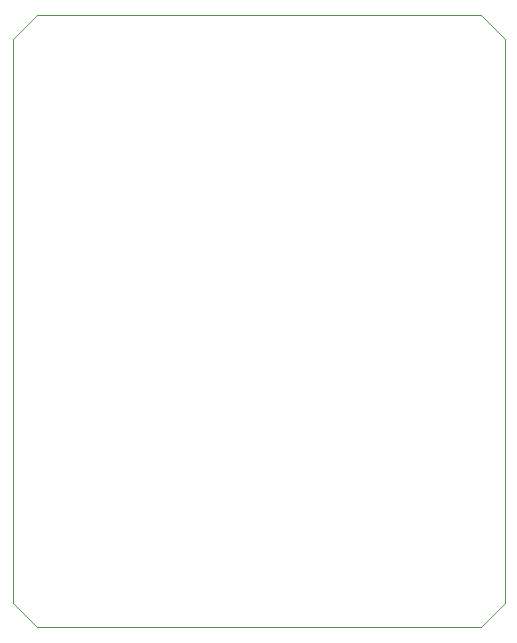
<source format=gbr>
%TF.GenerationSoftware,KiCad,Pcbnew,(5.1.9)-1*%
%TF.CreationDate,2023-04-18T08:21:27+02:00*%
%TF.ProjectId,NANO_Bot,4e414e4f-5f42-46f7-942e-6b696361645f,rev?*%
%TF.SameCoordinates,Original*%
%TF.FileFunction,Profile,NP*%
%FSLAX46Y46*%
G04 Gerber Fmt 4.6, Leading zero omitted, Abs format (unit mm)*
G04 Created by KiCad (PCBNEW (5.1.9)-1) date 2023-04-18 08:21:27*
%MOMM*%
%LPD*%
G01*
G04 APERTURE LIST*
%TA.AperFunction,Profile*%
%ADD10C,0.050000*%
%TD*%
G04 APERTURE END LIST*
D10*
X109474000Y-303276000D02*
X147066000Y-303276000D01*
X107442000Y-353060000D02*
X109474000Y-355092000D01*
X147066000Y-355092000D02*
X149098000Y-353060000D01*
X149098000Y-305308000D02*
X147066000Y-303276000D01*
X107442000Y-305308000D02*
X109474000Y-303276000D01*
X107442000Y-353060000D02*
X107442000Y-305308000D01*
X147066000Y-355092000D02*
X109474000Y-355092000D01*
X149098000Y-305308000D02*
X149098000Y-353060000D01*
M02*

</source>
